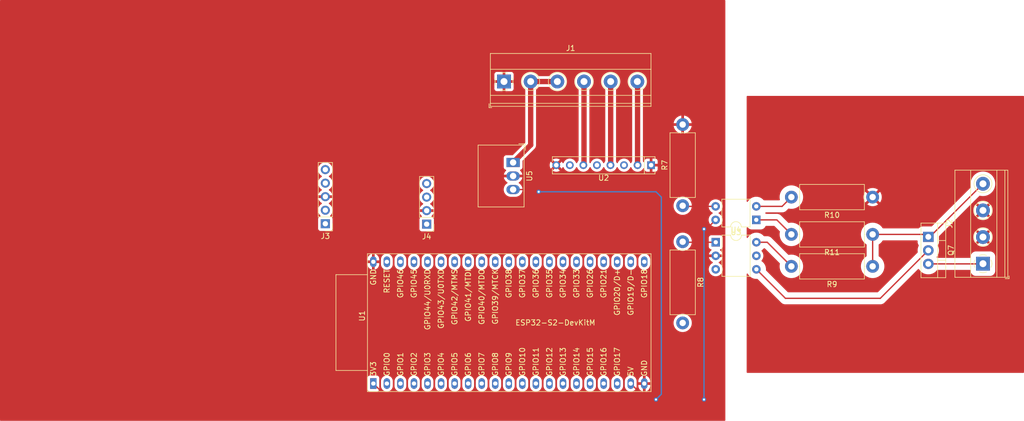
<source format=kicad_pcb>
(kicad_pcb (version 20211014) (generator pcbnew)
  (layers (0 "F.Cu" signal) (31 "B.Cu" signal) (34 "B.Paste" user) (35 "F.Paste" user) (36 "B.SilkS" user "B.Silkscreen") (37 "F.SilkS" user "F.Silkscreen") (38 "B.Mask" user) (39 "F.Mask" user) (44 "Edge.Cuts" user))
  (net 0 "")
  (net 1 "GND")
  (net 2 "+12V")
  (net 3 "Net-(J1-Pad4)")
  (net 4 "Net-(J1-Pad5)")
  (net 5 "Net-(J1-Pad6)")
  (net 6 "Net-(J2-Pad1)")
  (net 7 "GNDA")
  (net 8 "AC")
  (net 9 "+5V")
  (net 10 "Net-(Q7-Pad2)")
  (net 11 "Net-(R7-Pad1)")
  (net 12 "Net-(R8-Pad1)")
  (net 13 "Net-(R8-Pad2)")
  (net 14 "Net-(R9-Pad2)")
  (net 15 "Net-(R10-Pad2)")
  (net 16 "Net-(R11-Pad2)")
  (net 17 "+3V3")
  (net 40 "Net-(U1-Pad30)")
  (net 41 "Net-(U1-Pad31)")
  (net 42 "Net-(U1-Pad32)")
  (net 54 "/sda")
  (net 55 "/scl")
  (footprint "Resistor_THT:R_Axial_DIN0414_L11.9mm_D4.5mm_P15.24mm_Horizontal" (layer "F.Cu") (at 222.62 91 180)
    (fp_text reference "R10" (at 7.62 -3.37) (layer "F.SilkS"))
    (fp_text value "100k")
    (fp_line (start 13.69 2.37) (end 13.69 -2.37) (layer "F.SilkS") (width 0.12))
    (fp_line (start 1.55 2.37) (end 13.69 2.37) (layer "F.SilkS") (width 0.12))
    (fp_line (start 13.69 -2.37) (end 1.55 -2.37) (layer "F.SilkS") (width 0.12))
    (fp_line (start 1.55 -2.37) (end 1.55 2.37) (layer "F.SilkS") (width 0.12))
    (fp_line (start 1.44 0) (end 1.55 0) (layer "F.SilkS") (width 0.12))
    (fp_line (start 13.8 0) (end 13.69 0) (layer "F.SilkS") (width 0.12))
    (pad "1" thru_hole circle (at 0 0 180) (size 2.4 2.4) (drill 1.2) (layers *.Cu *.Mask) (net 7 "GNDA"))
    (pad "2" thru_hole oval (at 15.24 0 180) (size 2.4 2.4) (drill 1.2) (layers *.Cu *.Mask) (net 15 "Net-(R10-Pad2)"))
  )
  (footprint "Connector_PinHeader_2.54mm:PinHeader_1x05_P2.54mm_Vertical" (layer "F.Cu") (at 120 96 180)
    (fp_text reference "J3" (at 0 -2.33) (layer "F.SilkS"))
    (fp_text value "Conn_01x05_Male")
    (fp_line (start -1.33 11.49) (end 1.33 11.49) (layer "F.SilkS") (width 0.12))
    (fp_line (start -1.33 0) (end -1.33 -1.33) (layer "F.SilkS") (width 0.12))
    (fp_line (start -1.33 1.27) (end 1.33 1.27) (layer "F.SilkS") (width 0.12))
    (fp_line (start -1.33 1.27) (end -1.33 11.49) (layer "F.SilkS") (width 0.12))
    (fp_line (start -1.33 -1.33) (end 0 -1.33) (layer "F.SilkS") (width 0.12))
    (fp_line (start 1.33 1.27) (end 1.33 11.49) (layer "F.SilkS") (width 0.12))
    (pad "1" thru_hole rect (at 0 0 180) (size 1.7 1.7) (drill 1) (layers *.Cu *.Mask) (net 9 "+5V"))
    (pad "2" thru_hole oval (at 0 2.54 180) (size 1.7 1.7) (drill 1) (layers *.Cu *.Mask))
    (pad "3" thru_hole oval (at 0 5.08 180) (size 1.7 1.7) (drill 1) (layers *.Cu *.Mask) (net 1 "GND"))
    (pad "4" thru_hole oval (at 0 7.62 180) (size 1.7 1.7) (drill 1) (layers *.Cu *.Mask) (net 55 "/scl"))
    (pad "5" thru_hole oval (at 0 10.16 180) (size 1.7 1.7) (drill 1) (layers *.Cu *.Mask) (net 54 "/sda"))
  )
  (footprint "Resistor_THT:R_Axial_DIN0414_L11.9mm_D4.5mm_P15.24mm_Horizontal" (layer "F.Cu") (at 222.62 98 180)
    (fp_text reference "R11" (at 7.62 -3.37) (layer "F.SilkS"))
    (fp_text value "100k")
    (fp_line (start 13.8 0) (end 13.69 0) (layer "F.SilkS") (width 0.12))
    (fp_line (start 1.44 0) (end 1.55 0) (layer "F.SilkS") (width 0.12))
    (fp_line (start 13.69 2.37) (end 13.69 -2.37) (layer "F.SilkS") (width 0.12))
    (fp_line (start 13.69 -2.37) (end 1.55 -2.37) (layer "F.SilkS") (width 0.12))
    (fp_line (start 1.55 2.37) (end 13.69 2.37) (layer "F.SilkS") (width 0.12))
    (fp_line (start 1.55 -2.37) (end 1.55 2.37) (layer "F.SilkS") (width 0.12))
    (pad "1" thru_hole circle (at 0 0 180) (size 2.4 2.4) (drill 1.2) (layers *.Cu *.Mask) (net 8 "AC"))
    (pad "2" thru_hole oval (at 15.24 0 180) (size 2.4 2.4) (drill 1.2) (layers *.Cu *.Mask) (net 16 "Net-(R11-Pad2)"))
  )
  (footprint "Converter_DCDC:Converter_DCDC_RECOM_R-78B-2.0_THT" (layer "F.Cu") (at 155.2075 84.5025 -90)
    (fp_text reference "U5" (at 2.54 -3.06 90) (layer "F.SilkS"))
    (fp_text value "R-78B5.0-2.0")
    (fp_line (start -3.27 -2.06) (end 8.35 -2.06) (layer "F.SilkS") (width 0.12))
    (fp_line (start -3.27 -2.06) (end -3.27 6.56) (layer "F.SilkS") (width 0.12))
    (fp_line (start -3.51 -1.06) (end -3.51 -2.3) (layer "F.SilkS") (width 0.12))
    (fp_line (start -3.51 -2.3) (end -2.27 -2.3) (layer "F.SilkS") (width 0.12))
    (fp_line (start 8.35 -2.06) (end 8.35 6.56) (layer "F.SilkS") (width 0.12))
    (fp_line (start -3.27 6.56) (end 8.35 6.56) (layer "F.SilkS") (width 0.12))
    (pad "1" thru_hole rect (at 0 0 270) (size 1.7 2.5) (drill 1.2) (layers *.Cu *.Mask) (net 2 "+12V"))
    (pad "2" thru_hole oval (at 2.54 0 270) (size 1.7 2.5) (drill 1.2) (layers *.Cu *.Mask) (net 1 "GND"))
    (pad "3" thru_hole oval (at 5.08 0 270) (size 1.7 2.5) (drill 1.2) (layers *.Cu *.Mask) (net 9 "+5V"))
  )
  (footprint "Connector_PinHeader_2.54mm:PinHeader_1x04_P2.54mm_Vertical" (layer "F.Cu") (at 139 96.08 180)
    (fp_text reference "J4" (at 0 -2.33) (layer "F.SilkS"))
    (fp_text value "Conn_01x04_Male")
    (fp_line (start -1.33 0) (end -1.33 -1.33) (layer "F.SilkS") (width 0.12))
    (fp_line (start -1.33 8.95) (end 1.33 8.95) (layer "F.SilkS") (width 0.12))
    (fp_line (start -1.33 1.27) (end 1.33 1.27) (layer "F.SilkS") (width 0.12))
    (fp_line (start -1.33 1.27) (end -1.33 8.95) (layer "F.SilkS") (width 0.12))
    (fp_line (start 1.33 1.27) (end 1.33 8.95) (layer "F.SilkS") (width 0.12))
    (fp_line (start -1.33 -1.33) (end 0 -1.33) (layer "F.SilkS") (width 0.12))
    (pad "1" thru_hole rect (at 0 0 180) (size 1.7 1.7) (drill 1) (layers *.Cu *.Mask) (net 9 "+5V"))
    (pad "2" thru_hole oval (at 0 2.54 180) (size 1.7 1.7) (drill 1) (layers *.Cu *.Mask) (net 1 "GND"))
    (pad "3" thru_hole oval (at 0 5.08 180) (size 1.7 1.7) (drill 1) (layers *.Cu *.Mask) (net 55 "/scl"))
    (pad "4" thru_hole oval (at 0 7.62 180) (size 1.7 1.7) (drill 1) (layers *.Cu *.Mask) (net 54 "/sda"))
  )
  (footprint "Package_TO_SOT_THT:TO-220-3_Vertical" (layer "F.Cu") (at 233.055 98.46 -90)
    (fp_text reference "Q7" (at 2.54 -4.27 90) (layer "F.SilkS"))
    (fp_text value "BT136-500")
    (fp_line (start -2.58 1.371) (end 7.66 1.371) (layer "F.SilkS") (width 0.12))
    (fp_line (start -2.58 -3.27) (end 7.66 -3.27) (layer "F.SilkS") (width 0.12))
    (fp_line (start 0.69 -3.27) (end 0.69 -1.76) (layer "F.SilkS") (width 0.12))
    (fp_line (start 4.391 -3.27) (end 4.391 -1.76) (layer "F.SilkS") (width 0.12))
    (fp_line (start -2.58 -1.76) (end 7.66 -1.76) (layer "F.SilkS") (width 0.12))
    (fp_line (start -2.58 -3.27) (end -2.58 1.371) (layer "F.SilkS") (width 0.12))
    (fp_line (start 7.66 -3.27) (end 7.66 1.371) (layer "F.SilkS") (width 0.12))
    (pad "1" thru_hole rect (at 0 0 270) (size 1.905 2) (drill 1.1) (layers *.Cu *.Mask) (net 8 "AC"))
    (pad "2" thru_hole oval (at 2.54 0 270) (size 1.905 2) (drill 1.1) (layers *.Cu *.Mask) (net 10 "Net-(Q7-Pad2)"))
    (pad "3" thru_hole oval (at 5.08 0 270) (size 1.905 2) (drill 1.1) (layers *.Cu *.Mask) (net 6 "Net-(J2-Pad1)"))
  )
  (footprint "Resistor_THT:R_Axial_DIN0414_L11.9mm_D4.5mm_P15.24mm_Horizontal" (layer "F.Cu") (at 187 92.62 90)
    (fp_text reference "R7" (at 7.62 -3.37 90) (layer "F.SilkS"))
    (fp_text value "10k")
    (fp_line (start 1.44 0) (end 1.55 0) (layer "F.SilkS") (width 0.12))
    (fp_line (start 13.69 -2.37) (end 1.55 -2.37) (layer "F.SilkS") (width 0.12))
    (fp_line (start 13.8 0) (end 13.69 0) (layer "F.SilkS") (width 0.12))
    (fp_line (start 1.55 -2.37) (end 1.55 2.37) (layer "F.SilkS") (width 0.12))
    (fp_line (start 1.55 2.37) (end 13.69 2.37) (layer "F.SilkS") (width 0.12))
    (fp_line (start 13.69 2.37) (end 13.69 -2.37) (layer "F.SilkS") (width 0.12))
    (pad "1" thru_hole circle (at 0 0 90) (size 2.4 2.4) (drill 1.2) (layers *.Cu *.Mask) (net 11 "Net-(R7-Pad1)"))
    (pad "2" thru_hole oval (at 15.24 0 90) (size 2.4 2.4) (drill 1.2) (layers *.Cu *.Mask) (net 1 "GND"))
  )
  (footprint "Resistor_THT:R_Axial_DIN0414_L11.9mm_D4.5mm_P15.24mm_Horizontal" (layer "F.Cu") (at 222.62 104 180)
    (fp_text reference "R9" (at 7.62 -3.37) (layer "F.SilkS"))
    (fp_text value "470")
    (fp_line (start 13.8 0) (end 13.69 0) (layer "F.SilkS") (width 0.12))
    (fp_line (start 1.44 0) (end 1.55 0) (layer "F.SilkS") (width 0.12))
    (fp_line (start 1.55 2.37) (end 13.69 2.37) (layer "F.SilkS") (width 0.12))
    (fp_line (start 13.69 2.37) (end 13.69 -2.37) (layer "F.SilkS") (width 0.12))
    (fp_line (start 13.69 -2.37) (end 1.55 -2.37) (layer "F.SilkS") (width 0.12))
    (fp_line (start 1.55 -2.37) (end 1.55 2.37) (layer "F.SilkS") (width 0.12))
    (pad "1" thru_hole circle (at 0 0 180) (size 2.4 2.4) (drill 1.2) (layers *.Cu *.Mask) (net 8 "AC"))
    (pad "2" thru_hole oval (at 15.24 0 180) (size 2.4 2.4) (drill 1.2) (layers *.Cu *.Mask) (net 14 "Net-(R9-Pad2)"))
  )
  (footprint "TerminalBlock_Phoenix:TerminalBlock_Phoenix_MKDS-1,5-4_1x04_P5.00mm_Horizontal" (layer "F.Cu") (at 243.305 103.5 90)
    (fp_text reference "J2" (at 7.5 -6.26 90) (layer "F.SilkS"))
    (fp_text value "Screw_Terminal_01x04")
    (fp_line (start -2.56 4.1) (end 17.561 4.1) (layer "F.SilkS") (width 0.12))
    (fp_line (start 11.275 -1.069) (end 11.228 -1.023) (layer "F.SilkS") (width 0.12))
    (fp_line (start 3.966 1.239) (end 3.931 1.274) (layer "F.SilkS") (width 0.12))
    (fp_line (start 8.966 1.239) (end 8.931 1.274) (layer "F.SilkS") (width 0.12))
    (fp_line (start -2.56 -5.261) (end -2.56 4.66) (layer "F.SilkS") (width 0.12))
    (fp_line (start 16.07 -1.275) (end 16.035 -1.239) (layer "F.SilkS") (width 0.12))
    (fp_line (start 6.07 -1.275) (end 6.035 -1.239) (layer "F.SilkS") (width 0.12))
    (fp_line (start 13.773 1.023) (end 13.726 1.069) (layer "F.SilkS") (width 0.12))
    (fp_line (start -2.8 4.16) (end -2.8 4.9) (layer "F.SilkS") (width 0.12))
    (fp_line (start 11.07 -1.275) (end 11.035 -1.239) (layer "F.SilkS") (width 0.12))
    (fp_line (start -2.56 2.6) (end 17.561 2.6) (layer "F.SilkS") (width 0.12))
    (fp_line (start 13.966 1.239) (end 13.931 1.274) (layer "F.SilkS") (width 0.12))
    (fp_line (start -2.56 -2.301) (end 17.561 -2.301) (layer "F.SilkS") (width 0.12))
    (fp_line (start 6.275 -1.069) (end 6.228 -1.023) (layer "F.SilkS") (width 0.12))
    (fp_line (start 16.275 -1.069) (end 16.228 -1.023) (layer "F.SilkS") (width 0.12))
    (fp_line (start 17.561 -5.261) (end 17.561 4.66) (layer "F.SilkS") (width 0.12))
    (fp_line (start -2.56 -5.261) (end 17.561 -5.261) (layer "F.SilkS") (width 0.12))
    (fp_line (start -2.56 4.66) (end 17.561 4.66) (layer "F.SilkS") (width 0.12))
    (fp_line (start -2.8 4.9) (end -2.3 4.9) (layer "F.SilkS") (width 0.12))
    (fp_line (start 8.773 1.023) (end 8.726 1.069) (layer "F.SilkS") (width 0.12))
    (fp_line (start 3.773 1.023) (end 3.726 1.069) (layer "F.SilkS") (width 0.12))
    (fp_arc (start 0.683318 1.534756) (mid 0.349292 1.643288) (end 0 1.68) (layer "F.SilkS") (width 0.12))
    (fp_arc (start 1.535427 -0.683042) (mid 1.680501 0.000524) (end 1.535 0.684) (layer "F.SilkS") (width 0.12))
    (fp_arc (start -0.683042 -1.535427) (mid 0.000524 -1.680501) (end 0.684 -1.535) (layer "F.SilkS") (width 0.12))
    (fp_arc (start 0.028805 1.680253) (mid -0.335551 1.646659) (end -0.684 1.535) (layer "F.SilkS") (width 0.12))
    (fp_arc (start -1.535427 0.683042) (mid -1.680501 -0.000524) (end -1.535 -0.684) (layer "F.SilkS") (width 0.12))
    (fp_circle (center 5 0) (end 6.68 0) (layer "F.SilkS") (width 0.12) (fill none))
    (fp_circle (center 15 0) (end 16.68 0) (layer "F.SilkS") (width 0.12) (fill none))
    (fp_circle (center 10 0) (end 11.68 0) (layer "F.SilkS") (width 0.12) (fill none))
    (pad "1" thru_hole rect (at 0 0 90) (size 2.6 2.6) (drill 1.3) (layers *.Cu *.Mask) (net 6 "Net-(J2-Pad1)"))
    (pad "2" thru_hole circle (at 5 0 90) (size 2.6 2.6) (drill 1.3) (layers *.Cu *.Mask) (net 7 "GNDA"))
    (pad "3" thru_hole circle (at 10 0 90) (size 2.6 2.6) (drill 1.3) (layers *.Cu *.Mask) (net 7 "GNDA"))
    (pad "4" thru_hole circle (at 15 0 90) (size 2.6 2.6) (drill 1.3) (layers *.Cu *.Mask) (net 8 "AC"))
  )
  (footprint "TerminalBlock_Phoenix:TerminalBlock_Phoenix_MKDS-1,5-6_1x06_P5.00mm_Horizontal" (layer "F.Cu") (at 153.5 69.305)
    (fp_text reference "J1" (at 12.5 -6.26) (layer "F.SilkS"))
    (fp_text value "Screw_Terminal_01x06")
    (fp_line (start 3.966 1.239) (end 3.931 1.274) (layer "F.SilkS") (width 0.12))
    (fp_line (start 23.773 1.023) (end 23.726 1.069) (layer "F.SilkS") (width 0.12))
    (fp_line (start 13.773 1.023) (end 13.726 1.069) (layer "F.SilkS") (width 0.12))
    (fp_line (start 3.773 1.023) (end 3.726 1.069) (layer "F.SilkS") (width 0.12))
    (fp_line (start 21.07 -1.275) (end 21.035 -1.239) (layer "F.SilkS") (width 0.12))
    (fp_line (start 11.275 -1.069) (end 11.228 -1.023) (layer "F.SilkS") (width 0.12))
    (fp_line (start -2.56 -5.261) (end 27.56 -5.261) (layer "F.SilkS") (width 0.12))
    (fp_line (start -2.56 -5.261) (end -2.56 4.66) (layer "F.SilkS") (width 0.12))
    (fp_line (start -2.56 4.1) (end 27.56 4.1) (layer "F.SilkS") (width 0.12))
    (fp_line (start -2.56 -2.301) (end 27.56 -2.301) (layer "F.SilkS") (width 0.12))
    (fp_line (start 8.966 1.239) (end 8.931 1.274) (layer "F.SilkS") (width 0.12))
    (fp_line (start 13.966 1.239) (end 13.931 1.274) (layer "F.SilkS") (width 0.12))
    (fp_line (start -2.8 4.16) (end -2.8 4.9) (layer "F.SilkS") (width 0.12))
    (fp_line (start -2.56 4.66) (end 27.56 4.66) (layer "F.SilkS") (width 0.12))
    (fp_line (start 26.07 -1.275) (end 26.035 -1.239) (layer "F.SilkS") (width 0.12))
    (fp_line (start 8.773 1.023) (end 8.726 1.069) (layer "F.SilkS") (width 0.12))
    (fp_line (start 26.275 -1.069) (end 26.228 -1.023) (layer "F.SilkS") (width 0.12))
    (fp_line (start -2.8 4.9) (end -2.3 4.9) (layer "F.SilkS") (width 0.12))
    (fp_line (start -2.56 2.6) (end 27.56 2.6) (layer "F.SilkS") (width 0.12))
    (fp_line (start 21.275 -1.069) (end 21.228 -1.023) (layer "F.SilkS") (width 0.12))
    (fp_line (start 11.07 -1.275) (end 11.035 -1.239) (layer "F.SilkS") (width 0.12))
    (fp_line (start 16.07 -1.275) (end 16.035 -1.239) (layer "F.SilkS") (width 0.12))
    (fp_line (start 6.275 -1.069) (end 6.228 -1.023) (layer "F.SilkS") (width 0.12))
    (fp_line (start 6.07 -1.275) (end 6.035 -1.239) (layer "F.SilkS") (width 0.12))
    (fp_line (start 16.275 -1.069) (end 16.228 -1.023) (layer "F.SilkS") (width 0.12))
    (fp_line (start 23.966 1.239) (end 23.931 1.274) (layer "F.SilkS") (width 0.12))
    (fp_line (start 18.966 1.239) (end 18.931 1.274) (layer "F.SilkS") (width 0.12))
    (fp_line (start 18.773 1.023) (end 18.726 1.069) (layer "F.SilkS") (width 0.12))
    (fp_line (start 27.56 -5.261) (end 27.56 4.66) (layer "F.SilkS") (width 0.12))
    (fp_arc (start 1.535427 -0.683042) (mid 1.680501 0.000524) (end 1.535 0.684) (layer "F.SilkS") (width 0.12))
    (fp_arc (start -1.535427 0.683042) (mid -1.680501 -0.000524) (end -1.535 -0.684) (layer "F.SilkS") (width 0.12))
    (fp_arc (start -0.683042 -1.535427) (mid 0.000524 -1.680501) (end 0.684 -1.535) (layer "F.SilkS") (width 0.12))
    (fp_arc (start 0.028805 1.680253) (mid -0.335551 1.646659) (end -0.684 1.535) (layer "F.SilkS") (width 0.12))
    (fp_arc (start 0.683318 1.534756) (mid 0.349292 1.643288) (end 0 1.68) (layer "F.SilkS") (width 0.12))
    (fp_circle (center 10 0) (end 11.68 0) (layer "F.SilkS") (width 0.12) (fill none))
    (fp_circle (center 25 0) (end 26.68 0) (layer "F.SilkS") (width 0.12) (fill none))
    (fp_circle (center 20 0) (end 21.68 0) (layer "F.SilkS") (width 0.12) (fill none))
    (fp_circle (center 5 0) (end 6.68 0) (layer "F.SilkS") (width 0.12) (fill none))
    (fp_circle (center 15 0) (end 16.68 0) (layer "F.SilkS") (width 0.12) (fill none))
    (pad "1" thru_hole rect (at 0 0) (size 2.6 2.6) (drill 1.3) (layers *.Cu *.Mask) (net 1 "GND"))
    (pad "2" thru_hole circle (at 5 0) (size 2.6 2.6) (drill 1.3) (layers *.Cu *.Mask) (net 2 "+12V"))
    (pad "3" thru_hole circle (at 10 0) (size 2.6 2.6) (drill 1.3) (layers *.Cu *.Mask) (net 2 "+12V"))
    (pad "4" thru_hole circle (at 15 0) (size 2.6 2.6) (drill 1.3) (layers *.Cu *.Mask) (net 3 "Net-(J1-Pad4)"))
    (pad "5" thru_hole circle (at 20 0) (size 2.6 2.6) (drill 1.3) (layers *.Cu *.Mask) (net 4 "Net-(J1-Pad5)"))
    (pad "6" thru_hole circle (at 25 0) (size 2.6 2.6) (drill 1.3) (layers *.Cu *.Mask) (net 5 "Net-(J1-Pad6)"))
  )
  (footprint "Package_SIP:SIP-8_19x3mm_P2.54mm" (layer "F.Cu") (at 181.08 85 180)
    (fp_text reference "U2" (at 8.89 -2.4) (layer "F.SilkS"))
    (fp_text value "STA301a")
    (fp_line (start 18.51 -1.65) (end 18.51 -0.7) (layer "F.SilkS") (width 0.12))
    (fp_line (start -0.73 -1.65) (end -0.73 -1) (layer "F.SilkS") (width 0.12))
    (fp_line (start 1.27 1.59) (end 1.27 -1.65) (layer "F.SilkS") (width 0.12))
    (fp_line (start 18.51 1.59) (end -0.73 1.59) (layer "F.SilkS") (width 0.12))
    (fp_line (start 18.51 -1.65) (end -0.73 -1.65) (layer "F.SilkS") (width 0.12))
    (fp_line (start 18.51 1.59) (end 18.51 0.7) (layer "F.SilkS") (width 0.12))
    (fp_line (start -0.73 1.59) (end -0.73 1) (layer "F.SilkS") (width 0.12))
    (pad "1" thru_hole rect (at 0 0 270) (size 1.45 1.45) (drill 0.85) (layers *.Cu *.Mask) (net 1 "GND"))
    (pad "2" thru_hole circle (at 2.54 0 270) (size 1.45 1.45) (drill 0.85) (layers *.Cu *.Mask) (net 5 "Net-(J1-Pad6)"))
    (pad "3" thru_hole circle (at 5.08 0 270) (size 1.45 1.45) (drill 0.85) (layers *.Cu *.Mask) (net 40 "Net-(U1-Pad30)"))
    (pad "4" thru_hole circle (at 7.62 0 270) (size 1.45 1.45) (drill 0.85) (layers *.Cu *.Mask) (net 4 "Net-(J1-Pad5)"))
    (pad "5" thru_hole circle (at 10.16 0 270) (size 1.45 1.45) (drill 0.85) (layers *.Cu *.Mask) (net 41 "Net-(U1-Pad31)"))
    (pad "6" thru_hole circle (at 12.7 0 270) (size 1.45 1.45) (drill 0.85) (layers *.Cu *.Mask) (net 3 "Net-(J1-Pad4)"))
    (pad "7" thru_hole circle (at 15.24 0 270) (size 1.45 1.45) (drill 0.85) (layers *.Cu *.Mask) (net 42 "Net-(U1-Pad32)"))
    (pad "8" thru_hole circle (at 17.78 0 270) (size 1.45 1.45) (drill 0.85) (layers *.Cu *.Mask) (net 1 "GND"))
  )
  (footprint "Package_DIP:DIP-6_W7.62mm" (layer "F.Cu") (at 193.2 99.475)
    (fp_text reference "U4" (at 3.81 -2.33) (layer "F.SilkS"))
    (fp_text value "MOC3020M")
    (fp_line (start 6.46 6.41) (end 6.46 -1.33) (layer "F.SilkS") (width 0.12))
    (fp_line (start 6.46 -1.33) (end 4.81 -1.33) (layer "F.SilkS") (width 0.12))
    (fp_line (start 1.16 6.41) (end 6.46 6.41) (layer "F.SilkS") (width 0.12))
    (fp_line (start 2.81 -1.33) (end 1.16 -1.33) (layer "F.SilkS") (width 0.12))
    (fp_line (start 1.16 -1.33) (end 1.16 6.41) (layer "F.SilkS") (width 0.12))
    (fp_arc (start 4.81 -1.33) (mid 3.81 -0.33) (end 2.81 -1.33) (layer "F.SilkS") (width 0.12))
    (pad "1" thru_hole rect (at 0 0) (size 1.6 1.6) (drill 0.8) (layers *.Cu *.Mask) (net 12 "Net-(R8-Pad1)"))
    (pad "2" thru_hole oval (at 0 2.54) (size 1.6 1.6) (drill 0.8) (layers *.Cu *.Mask) (net 1 "GND"))
    (pad "3" thru_hole oval (at 0 5.08) (size 1.6 1.6) (drill 0.8) (layers *.Cu *.Mask))
    (pad "4" thru_hole oval (at 7.62 5.08) (size 1.6 1.6) (drill 0.8) (layers *.Cu *.Mask) (net 10 "Net-(Q7-Pad2)"))
    (pad "5" thru_hole oval (at 7.62 2.54) (size 1.6 1.6) (drill 0.8) (layers *.Cu *.Mask))
    (pad "6" thru_hole oval (at 7.62 0) (size 1.6 1.6) (drill 0.8) (layers *.Cu *.Mask) (net 14 "Net-(R9-Pad2)"))
  )
  (footprint "Espressif:ESP32-S2-DevKitM" (layer "F.Cu") (at 129 126 90)
    (fp_text reference "U1" (at 12.7 -2.1 90) (layer "F.SilkS"))
    (fp_text value "ESP32-S2-DevKitM" (at 11.42632 34.13) (layer "F.SilkS"))
    (fp_text user "GPIO5" (at 1.26632 15.23728 90 unlocked) (layer "F.SilkS") (effects (justify left)))
    (fp_text user "GPIO0" (at 1.26632 2.53728 90 unlocked) (layer "F.SilkS") (effects (justify left)))
    (fp_text user "GPIO18" (at 21.58632 50.79728 90 unlocked) (layer "F.SilkS") (effects (justify right)))
    (fp_text user "GND" (at 21.59 0 90 unlocked) (layer "F.SilkS") (effects (justify right)))
    (fp_text user "5V" (at 1.26632 48.25728 90 unlocked) (layer "F.SilkS") (effects (justify left)))
    (fp_text user "GPIO19/D-" (at 21.58632 48.25728 90 unlocked) (layer "F.SilkS") (effects (justify right)))
    (fp_text user "GPIO10" (at 1.26632 27.93728 90 unlocked) (layer "F.SilkS") (effects (justify left)))
    (fp_text user "GPIO38" (at 21.58632 25.39728 90 unlocked) (layer "F.SilkS") (effects (justify right)))
    (fp_text user "GPIO13" (at 1.26632 35.55728 90 unlocked) (layer "F.SilkS") (effects (justify left)))
    (fp_text user "GND" (at 1.26632 50.79728 90 unlocked) (layer "F.SilkS") (effects (justify left)))
    (fp_text user "GPIO21" (at 21.58632 43.17728 90 unlocked) (layer "F.SilkS") (effects (justify right)))
    (fp_text user "GPIO39/MTCK" (at 21.58632 22.85728 90 unlocked) (layer "F.SilkS") (effects (justify right)))
    (fp_text user "RESET" (at 21.58632 2.53728 90 unlocked) (layer "F.SilkS") (effects (justify right)))
    (fp_text user "GPIO44/U0RXD" (at 21.58632 10.15728 90 unlocked) (layer "F.SilkS") (effects (justify right)))
    (fp_text user "GPIO8" (at 1.26632 22.85728 90 unlocked) (layer "F.SilkS") (effects (justify left)))
    (fp_text user "GPIO7" (at 1.26632 20.31728 90 unlocked) (layer "F.SilkS") (effects (justify left)))
    (fp_text user "GPIO11" (at 1.26632 30.47728 90 unlocked) (layer "F.SilkS") (effects (justify left)))
    (fp_text user "GPIO35" (at 21.58632 33.01728 90 unlocked) (layer "F.SilkS") (effects (justify right)))
    (fp_text user "GPIO20/D+" (at 21.58632 45.71728 90 unlocked) (layer "F.SilkS") (effects (justify right)))
    (fp_text user "GPIO33" (at 21.58632 38.09728 90 unlocked) (layer "F.SilkS") (effects (justify right)))
    (fp_text user "GPIO45" (at 21.58632 7.61728 90 unlocked) (layer "F.SilkS") (effects (justify right)))
    (fp_text user "GPIO36" (at 21.58632 30.47728 90 unlocked) (layer "F.SilkS") (effects (justify right)))
    (fp_text user "GPIO16" (at 1.26632 43.17728 90 unlocked) (layer "F.SilkS") (effects (justify left)))
    (fp_text user "GPIO17" (at 1.26632 45.71728 90 unlocked) (layer "F.SilkS") (effects (justify left)))
    (fp_text user "3V3" (at 1.27 0 90 unlocked) (layer "F.SilkS") (effects (justify left)))
    (fp_text user "GPIO46" (at 21.58632 5.07728 90 unlocked) (layer "F.SilkS") (effects (justify right)))
    (fp_text user "GPIO34" (at 21.58632 35.55728 90 unlocked) (layer "F.SilkS") (effects (justify right)))
    (fp_text user "GPIO6" (at 1.26632 17.77728 90 unlocked) (layer "F.SilkS") (effects (justify left)))
    (fp_text user "GPIO37" (at 21.58632 27.93728 90 unlocked) (layer "F.SilkS") (effects (justify right)))
    (fp_text user "GPIO3" (at 1.27 10.15728 90 unlocked) (layer "F.SilkS") (effects (justify left)))
    (fp_text user "GPIO40/MTDO" (at 21.58632 20.31728 90 unlocked) (layer "F.SilkS") (effects (justify right)))
    (fp_text user "GPIO4" (at 1.26632 12.69728 90 unlocked) (layer "F.SilkS") (effects (justify left)))
    (fp_text user "GPIO43/U0TXD" (at 21.58632 12.69728 90 unlocked) (layer "F.SilkS") (effects (justify right)))
    (fp_text user "GPIO42/MTMS" (at 21.58632 15.23728 90 unlocked) (layer "F.SilkS") (effects (justify right)))
    (fp_text user "GPIO41/MTDI" (at 21.58632 17.77728 90 unlocked) (layer "F.SilkS") (effects (justify right)))
    (fp_text user "GPIO14" (at 1.26632 38.09728 90 unlocked) (layer "F.SilkS") (effects (justify left)))
    (fp_text user "GPIO15" (at 1.26632 40.63728 90 unlocked) (layer "F.SilkS") (effects (justify left)))
    (fp_text user "GPIO9" (at 1.26632 25.39728 90 unlocked) (layer "F.SilkS") (effects (justify left)))
    (fp_text user "GPIO2" (at 1.26632 7.61728 90 unlocked) (layer "F.SilkS") (effects (justify left)))
    (fp_text user "GPIO26" (at 21.58632 40.63728 90 unlocked) (layer "F.SilkS") (effects (justify right)))
    (fp_text user "GPIO12" (at 1.26632 33.01728 90 unlocked) (layer "F.SilkS") (effects (justify left)))
    (fp_text user "GPIO1" (at 1.26632 5.07728 90 unlocked) (layer "F.SilkS") (effects (justify left)))
    (fp_line (start 24.36 -1.1) (end -1.499999 -1.1) (layer "F.SilkS") (width 0.12))
    (fp_line (start 24.35632 52.06728) (end 24.36 -1.1) (layer "F.SilkS") (width 0.12))
    (fp_line (start 2.46012 -7.01312) (end 20.44332 -7.01312) (layer "F.SilkS") (width 0.12))
    (fp_line (start 20.44332 -7.01312) (end 20.44332 -1.12032) (layer "F.SilkS") (width 0.12))
    (fp_line (start 2.46012 -1.12032) (end 2.46012 -7.01312) (layer "F.SilkS") (width 0.12))
    (fp_line (start -1.499999 -1.1) (end -1.503679 52.06728) (layer "F.SilkS") (width 0.12))
    (fp_line (start -1.503679 52.06728) (end 24.35632 52.06728) (layer "F.SilkS") (width 0.12))
    (pad "1" thru_hole rect (at 0 0) (size 1.2 2) (drill 0.8) (layers *.Cu *.Mask) (net 17 "+3V3"))
    (pad "2" thru_hole oval (at 0 2.54) (size 1.2 2) (drill 0.8) (layers *.Cu *.Mask))
    (pad "3" thru_hole oval (at 0 5.08) (size 1.2 2) (drill 0.8) (layers *.Cu *.Mask))
    (pad "4" thru_hole oval (at 0 7.62) (size 1.2 2) (drill 0.8) (layers *.Cu *.Mask))
    (pad "5" thru_hole oval (at 0 10.16) (size 1.2 2) (drill 0.8) (layers *.Cu *.Mask))
    (pad "6" thru_hole oval (at 0 12.7) (size 1.2 2) (drill 0.8) (layers *.Cu *.Mask))
    (pad "7" thru_hole oval (at 0 15.24) (size 1.2 2) (drill 0.8) (layers *.Cu *.Mask))
    (pad "8" thru_hole oval (at 0 17.78) (size 1.2 2) (drill 0.8) (layers *.Cu *.Mask))
    (pad "9" thru_hole oval (at 0 20.32) (size 1.2 2) (drill 0.8) (layers *.Cu *.Mask))
    (pad "10" thru_hole oval (at 0 22.86) (size 1.2 2) (drill 0.8) (layers *.Cu *.Mask))
    (pad "11" thru_hole oval (at 0 25.4) (size 1.2 2) (drill 0.8) (layers *.Cu *.Mask))
    (pad "12" thru_hole oval (at 0 27.94) (size 1.2 2) (drill 0.8) (layers *.Cu *.Mask))
    (pad "13" thru_hole oval (at 0 30.48) (size 1.2 2) (drill 0.8) (layers *.Cu *.Mask))
    (pad "14" thru_hole oval (at 0 33.02) (size 1.2 2) (drill 0.8) (layers *.Cu *.Mask))
    (pad "15" thru_hole oval (at 0 35.56) (size 1.2 2) (drill 0.8) (layers *.Cu *.Mask))
    (pad "16" thru_hole oval (at 0 38.1) (size 1.2 2) (drill 0.8) (layers *.Cu *.Mask))
    (pad "17" thru_hole oval (at 0 40.64) (size 1.2 2) (drill 0.8) (layers *.Cu *.Mask))
    (pad "18" thru_hole oval (at 0 43.18) (size 1.2 2) (drill 0.8) (layers *.Cu *.Mask))
    (pad "19" thru_hole oval (at 0 45.72) (size 1.2 2) (drill 0.8) (layers *.Cu *.Mask))
    (pad "20" thru_hole oval (at -0.00368 48.25728) (size 1.2 2) (drill 0.8) (layers *.Cu *.Mask) (net 9 "+5V"))
    (pad "21" thru_hole oval (at -0.00368 50.79728) (size 1.2 2) (drill 0.8) (layers *.Cu *.Mask) (net 1 "GND"))
    (pad "22" thru_hole oval (at 22.85632 50.79728) (size 1.2 2) (drill 0.8) (layers *.Cu *.Mask))
    (pad "23" thru_hole oval (at 22.86 48.25728) (size 1.2 2) (drill 0.8) (layers *.Cu *.Mask))
    (pad "24" thru_hole oval (at 22.86 45.71728) (size 1.2 2) (drill 0.8) (layers *.Cu *.Mask))
    (pad "25" thru_hole oval (at 22.86 43.17728) (size 1.2 2) (drill 0.8) (layers *.Cu *.Mask))
    (pad "26" thru_hole oval (at 22.86 40.63728) (size 1.2 2) (drill 0.8) (layers *.Cu *.Mask) (net 55 "/scl"))
    (pad "27" thru_hole oval (at 22.86 38.09728) (size 1.2 2) (drill 0.8) (layers *.Cu *.Mask) (net 54 "/sda"))
    (pad "28" thru_hole oval (at 22.86 35.55728) (size 1.2 2) (drill 0.8) (layers *.Cu *.Mask) (net 11 "Net-(R7-Pad1)"))
    (pad "29" thru_hole oval (at 22.86 33.01728) (size 1.2 2) (drill 0.8) (layers *.Cu *.Mask) (net 13 "Net-(R8-Pad2)"))
    (pad "30" thru_hole oval (at 22.86 30.47728) (size 1.2 2) (drill 0.8) (layers *.Cu *.Mask) (net 40 "Net-(U1-Pad30)"))
    (pad "31" thru_hole oval (at 22.86 27.93728) (size 1.2 2) (drill 0.8) (layers *.Cu *.Mask) (net 41 "Net-(U1-Pad31)"))
    (pad "32" thru_hole oval (at 22.86 25.39728) (size 1.2 2) (drill 0.8) (layers *.Cu *.Mask) (net 42 "Net-(U1-Pad32)"))
    (pad "33" thru_hole oval (at 22.86 22.85728) (size 1.2 2) (drill 0.8) (layers *.Cu *.Mask))
    (pad "34" thru_hole oval (at 22.86 20.31728) (size 1.2 2) (drill 0.8) (layers *.Cu *.Mask))
    (pad "35" thru_hole oval (at 22.86 17.77728) (size 1.2 2) (drill 0.8) (layers *.Cu *.Mask))
    (pad "36" thru_hole oval (at 22.86 15.23728) (size 1.2 2) (drill 0.8) (layers *.Cu *.Mask))
    (pad "37" thru_hole oval (at 22.86 12.69728) (size 1.2 2) (drill 0.8) (layers *.Cu *.Mask))
    (pad "38" thru_hole oval (at 22.86 10.15728) (size 1.2 2) (drill 0.8) (layers *.Cu *.Mask))
    (pad "39" thru_hole oval (at 22.86 7.61728) (size 1.2 2) (drill 0.8) (layers *.Cu *.Mask))
    (pad "40" thru_hole oval (at 22.86 5.07728) (size 1.2 2) (drill 0.8) (layers *.Cu *.Mask))
    (pad "41" thru_hole oval (at 22.86 2.53728) (size 1.2 2) (drill 0.8) (layers *.Cu *.Mask))
    (pad "42" thru_hole oval (at 22.86 -0.00272) (size 1.2 2) (drill 0.8) (layers *.Cu *.Mask) (net 1 "GND"))
  )
  (footprint "Resistor_THT:R_Axial_DIN0414_L11.9mm_D4.5mm_P15.24mm_Horizontal" (layer "F.Cu") (at 187 99.38 -90)
    (fp_text reference "R8" (at 7.62 -3.37 90) (layer "F.SilkS"))
    (fp_text value "150")
    (fp_line (start 1.55 2.37) (end 13.69 2.37) (layer "F.SilkS") (width 0.12))
    (fp_line (start 1.55 -2.37) (end 1.55 2.37) (layer "F.SilkS") (width 0.12))
    (fp_line (start 13.8 0) (end 13.69 0) (layer "F.SilkS") (width 0.12))
    (fp_line (start 13.69 2.37) (end 13.69 -2.37) (layer "F.SilkS") (width 0.12))
    (fp_line (start 1.44 0) (end 1.55 0) (layer "F.SilkS") (width 0.12))
    (fp_line (start 13.69 -2.37) (end 1.55 -2.37) (layer "F.SilkS") (width 0.12))
    (pad "1" thru_hole circle (at 0 0 270) (size 2.4 2.4) (drill 1.2) (layers *.Cu *.Mask) (net 12 "Net-(R8-Pad1)"))
    (pad "2" thru_hole oval (at 15.24 0 270) (size 2.4 2.4) (drill 1.2) (layers *.Cu *.Mask) (net 13 "Net-(R8-Pad2)"))
  )
  (footprint "Package_DIP:DIP-4_W7.62mm" (layer "F.Cu") (at 200.8 95.275 180)
    (fp_text reference "U3" (at 3.81 -2.33) (layer "F.SilkS"))
    (fp_text value "EL817")
    (fp_line (start 1.16 3.87) (end 6.46 3.87) (layer "F.SilkS") (width 0.12))
    (fp_line (start 2.81 -1.33) (end 1.16 -1.33) (layer "F.SilkS") (width 0.12))
    (fp_line (start 1.16 -1.33) (end 1.16 3.87) (layer "F.SilkS") (width 0.12))
    (fp_line (start 6.46 3.87) (end 6.46 -1.33) (layer "F.SilkS") (width 0.12))
    (fp_line (start 6.46 -1.33) (end 4.81 -1.33) (layer "F.SilkS") (width 0.12))
    (fp_arc (start 4.81 -1.33) (mid 3.81 -0.33) (end 2.81 -1.33) (layer "F.SilkS") (width 0.12))
    (pad "1" thru_hole rect (at 0 0 180) (size 1.6 1.6) (drill 0.8) (layers *.Cu *.Mask) (net 16 "Net-(R11-Pad2)"))
    (pad "2" thru_hole oval (at 0 2.54 180) (size 1.6 1.6) (drill 0.8) (layers *.Cu *.Mask) (net 15 "Net-(R10-Pad2)"))
    (pad "3" thru_hole oval (at 7.62 2.54 180) (size 1.6 1.6) (drill 0.8) (layers *.Cu *.Mask) (net 11 "Net-(R7-Pad1)"))
    (pad "4" thru_hole oval (at 7.62 0 180) (size 1.6 1.6) (drill 0.8) (layers *.Cu *.Mask) (net 17 "+3V3"))
  )
  (segment (start 158.5 69.305) (end 158.5 81.21) (width 1) (layer "F.Cu") (net 2))
  (segment (start 158.5 81.21) (end 155.2075 84.5025) (width 1) (layer "F.Cu") (net 2))
  (segment (start 163.5 69.305) (end 158.5 69.305) (width 1) (layer "F.Cu") (net 2))
  (segment (start 168.5 84.88) (end 168.38 85) (width 0.25) (layer "F.Cu") (net 3))
  (segment (start 168.5 69.305) (end 168.5 84.88) (width 1) (layer "F.Cu") (net 3))
  (segment (start 173.5 69.305) (end 173.5 84.96) (width 1) (layer "F.Cu") (net 4))
  (segment (start 173.5 84.96) (end 173.46 85) (width 0.25) (layer "F.Cu") (net 4))
  (segment (start 178.54 85) (end 178.54 69.345) (width 1) (layer "F.Cu") (net 5))
  (segment (start 178.54 69.345) (end 178.5 69.305) (width 0.25) (layer "F.Cu") (net 5))
  (segment (start 243.265 103.54) (end 243.305 103.5) (width 0.25) (layer "F.Cu") (net 6))
  (segment (start 233.055 103.54) (end 243.265 103.54) (width 0.25) (layer "F.Cu") (net 6))
  (segment (start 232.595 98) (end 233.055 98.46) (width 0.25) (layer "F.Cu") (net 8))
  (segment (start 222.62 104) (end 222.62 98) (width 0.25) (layer "F.Cu") (net 8))
  (segment (start 233.345 98.46) (end 243.305 88.5) (width 0.25) (layer "F.Cu") (net 8))
  (segment (start 233.055 98.46) (end 233.345 98.46) (width 0.25) (layer "F.Cu") (net 8))
  (segment (start 222.62 98) (end 232.595 98) (width 0.25) (layer "F.Cu") (net 8))
  (segment (start 155.2075 89.5825) (end 159.5825 89.5825) (width 0.25) (layer "F.Cu") (net 9))
  (segment (start 182 129) (end 180.2536 129) (width 0.25) (layer "F.Cu") (net 9))
  (segment (start 159.5825 89.5825) (end 160 90) (width 0.25) (layer "F.Cu") (net 9))
  (segment (start 180.2536 129) (end 177.25728 126.00368) (width 0.25) (layer "F.Cu") (net 9))
  (via (at 160 90) (size 0.8) (drill 0.4) (layers "F.Cu" "B.Cu") (net 9))
  (via (at 182 129) (size 0.8) (drill 0.4) (layers "F.Cu" "B.Cu") (net 9))
  (segment (start 183 128) (end 182 129) (width 0.25) (layer "B.Cu") (net 9))
  (segment (start 182 90) (end 183 91) (width 0.25) (layer "B.Cu") (net 9))
  (segment (start 160 90) (end 182 90) (width 0.25) (layer "B.Cu") (net 9))
  (segment (start 183 91) (end 183 128) (width 0.25) (layer "B.Cu") (net 9))
  (segment (start 224.055 110) (end 233.055 101) (width 0.25) (layer "F.Cu") (net 10))
  (segment (start 206.265 110) (end 224.055 110) (width 0.25) (layer "F.Cu") (net 10))
  (segment (start 200.82 104.555) (end 206.265 110) (width 0.25) (layer "F.Cu") (net 10))
  (segment (start 193.18 92.735) (end 187.115 92.735) (width 0.25) (layer "F.Cu") (net 11))
  (segment (start 187.115 92.735) (end 187 92.62) (width 0.25) (layer "F.Cu") (net 11))
  (segment (start 193.2 99.475) (end 187.095 99.475) (width 0.25) (layer "F.Cu") (net 12))
  (segment (start 187.095 99.475) (end 187 99.38) (width 0.25) (layer "F.Cu") (net 12))
  (segment (start 200.82 99.475) (end 202.855 99.475) (width 0.25) (layer "F.Cu") (net 14))
  (segment (start 202.855 99.475) (end 207.38 104) (width 0.25) (layer "F.Cu") (net 14))
  (segment (start 200.8 92.735) (end 205.645 92.735) (width 0.25) (layer "F.Cu") (net 15))
  (segment (start 205.645 92.735) (end 207.38 91) (width 0.25) (layer "F.Cu") (net 15))
  (segment (start 200.8 95.275) (end 204.655 95.275) (width 0.25) (layer "F.Cu") (net 16))
  (segment (start 204.655 95.275) (end 207.38 98) (width 0.25) (layer "F.Cu") (net 16))
  (segment (start 133 130) (end 190 130) (width 0.25) (layer "F.Cu") (net 17))
  (segment (start 129 126) (end 133 130) (width 0.25) (layer "F.Cu") (net 17))
  (segment (start 191 97) (end 191.455 97) (width 0.25) (layer "F.Cu") (net 17))
  (segment (start 190 130) (end 191 129) (width 0.25) (layer "F.Cu") (net 17))
  (segment (start 191.455 97) (end 193.18 95.275) (width 0.25) (layer "F.Cu") (net 17))
  (via (at 191 97) (size 0.8) (drill 0.4) (layers "F.Cu" "B.Cu") (net 17))
  (via (at 191 129) (size 0.8) (drill 0.4) (layers "F.Cu" "B.Cu") (net 17))
  (segment (start 191 129) (end 191 97) (width 0.25) (layer "B.Cu") (net 17))
  (zone (net 1) (net_name "GND") (layer "F.Cu") (connect_pads (clearance 0.508)) (min_thickness 0.254) (fill yes (thermal_gap 0.508) (thermal_bridge_width 0.508))
    (polygon (pts (xy 195 133) (xy 59 133) (xy 59 54) (xy 195 54)))
  )
  (zone (net 7) (net_name "GNDA") (layer "F.Cu") (connect_pads (clearance 0.508)) (min_thickness 0.254) (fill yes (thermal_gap 0.508) (thermal_bridge_width 0.508))
    (polygon (pts (xy 251 124) (xy 199 124) (xy 199 72) (xy 251 72)))
  )
)
</source>
